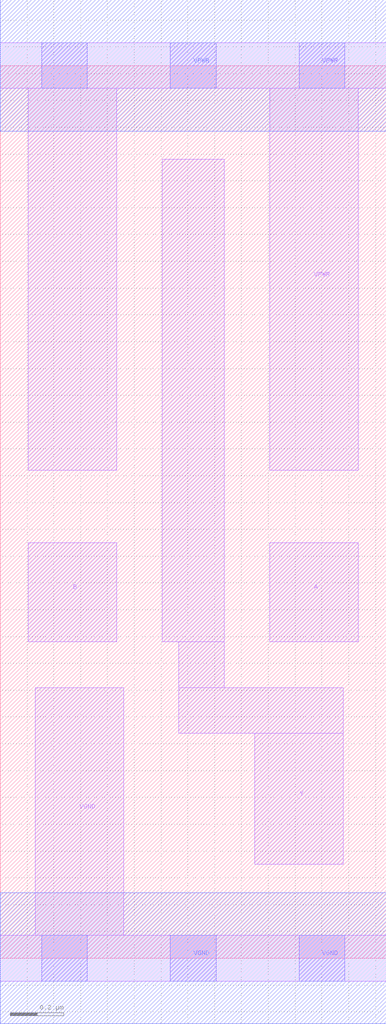
<source format=lef>
# Copyright 2020 The SkyWater PDK Authors
#
# Licensed under the Apache License, Version 2.0 (the "License");
# you may not use this file except in compliance with the License.
# You may obtain a copy of the License at
#
#     https://www.apache.org/licenses/LICENSE-2.0
#
# Unless required by applicable law or agreed to in writing, software
# distributed under the License is distributed on an "AS IS" BASIS,
# WITHOUT WARRANTIES OR CONDITIONS OF ANY KIND, either express or implied.
# See the License for the specific language governing permissions and
# limitations under the License.
#
# SPDX-License-Identifier: Apache-2.0

VERSION 5.7 ;
  NAMESCASESENSITIVE ON ;
  NOWIREEXTENSIONATPIN ON ;
  DIVIDERCHAR "/" ;
  BUSBITCHARS "[]" ;
UNITS
  DATABASE MICRONS 200 ;
END UNITS
MACRO sky130_fd_sc_ls__nand2_1
  CLASS CORE ;
  SOURCE USER ;
  FOREIGN sky130_fd_sc_ls__nand2_1 ;
  ORIGIN  0.000000  0.000000 ;
  SIZE  1.440000 BY  3.330000 ;
  SYMMETRY X Y ;
  SITE unit ;
  PIN A
    ANTENNAGATEAREA  0.279000 ;
    DIRECTION INPUT ;
    USE SIGNAL ;
    PORT
      LAYER li1 ;
        RECT 1.005000 1.180000 1.335000 1.550000 ;
    END
  END A
  PIN B
    ANTENNAGATEAREA  0.279000 ;
    DIRECTION INPUT ;
    USE SIGNAL ;
    PORT
      LAYER li1 ;
        RECT 0.105000 1.180000 0.435000 1.550000 ;
    END
  END B
  PIN Y
    ANTENNADIFFAREA  0.546900 ;
    DIRECTION OUTPUT ;
    USE SIGNAL ;
    PORT
      LAYER li1 ;
        RECT 0.605000 1.180000 0.835000 2.980000 ;
        RECT 0.665000 0.840000 1.280000 1.010000 ;
        RECT 0.665000 1.010000 0.835000 1.180000 ;
        RECT 0.950000 0.350000 1.280000 0.840000 ;
    END
  END Y
  PIN VGND
    DIRECTION INOUT ;
    SHAPE ABUTMENT ;
    USE GROUND ;
    PORT
      LAYER li1 ;
        RECT 0.000000 -0.085000 1.440000 0.085000 ;
        RECT 0.130000  0.085000 0.460000 1.010000 ;
      LAYER mcon ;
        RECT 0.155000 -0.085000 0.325000 0.085000 ;
        RECT 0.635000 -0.085000 0.805000 0.085000 ;
        RECT 1.115000 -0.085000 1.285000 0.085000 ;
      LAYER met1 ;
        RECT 0.000000 -0.245000 1.440000 0.245000 ;
    END
  END VGND
  PIN VPWR
    DIRECTION INOUT ;
    SHAPE ABUTMENT ;
    USE POWER ;
    PORT
      LAYER li1 ;
        RECT 0.000000 3.245000 1.440000 3.415000 ;
        RECT 0.105000 1.820000 0.435000 3.245000 ;
        RECT 1.005000 1.820000 1.335000 3.245000 ;
      LAYER mcon ;
        RECT 0.155000 3.245000 0.325000 3.415000 ;
        RECT 0.635000 3.245000 0.805000 3.415000 ;
        RECT 1.115000 3.245000 1.285000 3.415000 ;
      LAYER met1 ;
        RECT 0.000000 3.085000 1.440000 3.575000 ;
    END
  END VPWR
END sky130_fd_sc_ls__nand2_1

</source>
